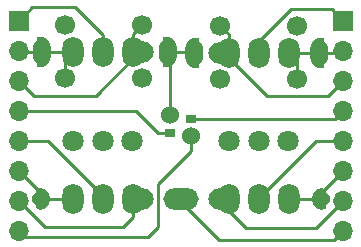
<source format=gbr>
%TF.GenerationSoftware,KiCad,Pcbnew,(6.0.2)*%
%TF.CreationDate,2022-07-09T21:30:07+01:00*%
%TF.ProjectId,universal pcb,756e6976-6572-4736-916c-207063622e6b,rev?*%
%TF.SameCoordinates,Original*%
%TF.FileFunction,Copper,L1,Top*%
%TF.FilePolarity,Positive*%
%FSLAX46Y46*%
G04 Gerber Fmt 4.6, Leading zero omitted, Abs format (unit mm)*
G04 Created by KiCad (PCBNEW (6.0.2)) date 2022-07-09 21:30:07*
%MOMM*%
%LPD*%
G01*
G04 APERTURE LIST*
G04 Aperture macros list*
%AMFreePoly0*
4,1,33,0.278115,1.275951,0.450000,1.199423,0.602218,1.088830,0.728115,0.949007,0.822191,0.786063,0.880333,0.607121,0.900000,0.420000,0.900000,-0.420000,0.880333,-0.607121,0.822191,-0.786063,0.728115,-0.949007,0.602218,-1.088830,0.450000,-1.199423,0.278115,-1.275951,0.094076,-1.315070,-0.094076,-1.315070,-0.278115,-1.275951,-0.450000,-1.199423,-0.602218,-1.088830,-0.728115,-0.949007,
-0.822191,-0.786063,-0.880333,-0.607121,-0.900000,-0.420000,-0.900000,0.420000,-0.880333,0.607121,-0.822191,0.786063,-0.728115,0.949007,-0.602218,1.088830,-0.450000,1.199423,-0.278115,1.275951,-0.094076,1.315070,0.094076,1.315070,0.278115,1.275951,0.278115,1.275951,$1*%
%AMFreePoly1*
4,1,33,0.278115,1.240951,0.450000,1.164423,0.602218,1.053830,0.728115,0.914007,0.822191,0.751063,0.880333,0.572121,0.900000,0.385000,0.900000,-0.385000,0.880333,-0.572121,0.822191,-0.751063,0.728115,-0.914007,0.602218,-1.053830,0.450000,-1.164423,0.278115,-1.240951,0.094076,-1.280070,-0.094076,-1.280070,-0.285000,-1.240000,-0.285000,-0.910828,-0.300000,-0.904615,-0.424264,-0.809264,
-0.519615,-0.685000,-0.579555,-0.540291,-0.600000,-0.385000,-0.600000,0.385000,-0.579555,0.540291,-0.519615,0.685000,-0.424264,0.809264,-0.300000,0.904615,-0.285000,0.910828,-0.285000,1.240000,-0.094076,1.280070,0.094076,1.280070,0.278115,1.240951,0.278115,1.240951,$1*%
%AMFreePoly2*
4,1,33,0.285000,1.240000,0.285000,0.910828,0.300000,0.904615,0.424264,0.809264,0.519615,0.685000,0.579555,0.540291,0.600000,0.385000,0.600000,-0.385000,0.579555,-0.540291,0.519615,-0.685000,0.424264,-0.809264,0.300000,-0.904615,0.285000,-0.910828,0.285000,-1.240000,0.094076,-1.280070,-0.094076,-1.280070,-0.278115,-1.240951,-0.450000,-1.164423,-0.602218,-1.053830,-0.728115,-0.914007,
-0.822191,-0.751063,-0.880333,-0.572121,-0.900000,-0.385000,-0.900000,0.385000,-0.880333,0.572121,-0.822191,0.751063,-0.728115,0.914007,-0.602218,1.053830,-0.450000,1.164423,-0.278115,1.240951,-0.094076,1.280070,0.094076,1.280070,0.285000,1.240000,0.285000,1.240000,$1*%
%AMFreePoly3*
4,1,33,-0.002237,0.887946,0.166826,0.836742,0.280000,0.750000,0.280000,0.527899,0.300000,0.519615,0.424264,0.424264,0.519615,0.300000,0.579555,0.155291,0.600000,0.000000,0.579555,-0.155291,0.519615,-0.300000,0.424264,-0.424264,0.300000,-0.519615,0.280000,-0.527899,0.280000,-0.780000,0.078042,-0.868969,-0.096054,-0.898884,-0.272363,-0.887946,-0.441426,-0.836742,-0.594175,-0.748018,
-0.722417,-0.626534,-0.819271,-0.478806,-0.879544,-0.312759,-0.900000,-0.137300,-0.900000,0.137300,-0.894152,0.231571,-0.852165,0.403156,-0.771831,0.560480,-0.657460,0.695103,-0.515186,0.799805,-0.352642,0.868969,-0.178546,0.898884,-0.002237,0.887946,-0.002237,0.887946,$1*%
G04 Aperture macros list end*
%TA.AperFunction,ComponentPad*%
%ADD10C,1.800000*%
%TD*%
%TA.AperFunction,ComponentPad*%
%ADD11O,1.800000X2.570000*%
%TD*%
%TA.AperFunction,ComponentPad*%
%ADD12FreePoly0,270.000000*%
%TD*%
%TA.AperFunction,ComponentPad*%
%ADD13FreePoly1,0.000000*%
%TD*%
%TA.AperFunction,ComponentPad*%
%ADD14C,1.700000*%
%TD*%
%TA.AperFunction,ComponentPad*%
%ADD15FreePoly0,90.000000*%
%TD*%
%TA.AperFunction,ComponentPad*%
%ADD16FreePoly2,0.000000*%
%TD*%
%TA.AperFunction,ComponentPad*%
%ADD17O,3.000000X1.800000*%
%TD*%
%TA.AperFunction,ComponentPad*%
%ADD18FreePoly3,0.000000*%
%TD*%
%TA.AperFunction,ComponentPad*%
%ADD19FreePoly3,180.000000*%
%TD*%
%TA.AperFunction,ComponentPad*%
%ADD20C,1.524000*%
%TD*%
%TA.AperFunction,SMDPad,CuDef*%
%ADD21R,0.900000X0.800000*%
%TD*%
%TA.AperFunction,ComponentPad*%
%ADD22R,1.700000X1.700000*%
%TD*%
%TA.AperFunction,ComponentPad*%
%ADD23O,1.700000X1.700000*%
%TD*%
%TA.AperFunction,Conductor*%
%ADD24C,0.250000*%
%TD*%
G04 APERTURE END LIST*
D10*
%TO.P,THONKISWITCHPOT\u002A\u002A,1*%
%TO.N,N/C*%
X5900000Y-12555000D03*
%TO.P,THONKISWITCHPOT\u002A\u002A,2*%
X8400000Y-12555000D03*
%TO.P,THONKISWITCHPOT\u002A\u002A,3*%
X10900000Y-12555000D03*
D11*
%TO.P,THONKISWITCHPOT\u002A\u002A,4*%
X5860000Y-5055000D03*
%TO.P,THONKISWITCHPOT\u002A\u002A,5*%
X8400000Y-5055000D03*
%TO.P,THONKISWITCHPOT\u002A\u002A,6*%
X10950000Y-5055000D03*
D12*
X11360000Y-5055000D03*
D13*
%TO.P,THONKISWITCHPOT\u002A\u002A,7*%
X13705000Y-5055000D03*
%TO.P,THONKISWITCHPOT\u002A\u002A,8*%
X3095000Y-5055000D03*
D14*
%TO.P,THONKISWITCHPOT\u002A\u002A,9*%
X11700000Y-2755000D03*
%TO.P,THONKISWITCHPOT\u002A\u002A,10*%
X5200000Y-2755000D03*
%TO.P,THONKISWITCHPOT\u002A\u002A,11*%
X11700000Y-7255000D03*
%TO.P,THONKISWITCHPOT\u002A\u002A,12*%
X5200000Y-7255000D03*
%TD*%
D10*
%TO.P,THONKISWITCHPOT\u002A\u002A,1*%
%TO.N,N/C*%
X24105000Y-12560000D03*
%TO.P,THONKISWITCHPOT\u002A\u002A,2*%
X21605000Y-12560000D03*
%TO.P,THONKISWITCHPOT\u002A\u002A,3*%
X19105000Y-12560000D03*
D11*
%TO.P,THONKISWITCHPOT\u002A\u002A,4*%
X24145000Y-5060000D03*
%TO.P,THONKISWITCHPOT\u002A\u002A,5*%
X21605000Y-5060000D03*
%TO.P,THONKISWITCHPOT\u002A\u002A,6*%
X19055000Y-5060000D03*
D15*
X18645000Y-5060000D03*
D16*
%TO.P,THONKISWITCHPOT\u002A\u002A,7*%
X16300000Y-5060000D03*
%TO.P,THONKISWITCHPOT\u002A\u002A,8*%
X26910000Y-5060000D03*
D14*
%TO.P,THONKISWITCHPOT\u002A\u002A,9*%
X18355000Y-2810000D03*
%TO.P,THONKISWITCHPOT\u002A\u002A,10*%
X24855000Y-2810000D03*
%TO.P,THONKISWITCHPOT\u002A\u002A,11*%
X18355000Y-7310000D03*
%TO.P,THONKISWITCHPOT\u002A\u002A,12*%
X24855000Y-7310000D03*
%TD*%
D17*
%TO.P,THONK,1*%
%TO.N,N/C*%
X15000000Y-17445000D03*
D18*
%TO.P,THONK,3*%
X27000000Y-17445000D03*
D19*
X3000000Y-17445000D03*
D11*
%TO.P,THONK,4*%
X5860000Y-17445000D03*
X24140000Y-17485000D03*
%TO.P,THONK,5*%
X21600000Y-17485000D03*
X8400000Y-17445000D03*
%TO.P,THONK,6*%
X19050000Y-17485000D03*
D12*
X11360000Y-17445000D03*
D11*
X10950000Y-17445000D03*
D15*
X18640000Y-17485000D03*
%TD*%
D20*
%TO.P,REF\u002A\u002A,1*%
%TO.N,N/C*%
X14100000Y-10350000D03*
D21*
%TO.P,REF\u002A\u002A,2*%
X14100000Y-11850000D03*
D20*
%TO.P,REF\u002A\u002A,3*%
X15900000Y-12150000D03*
D21*
%TO.P,REF\u002A\u002A,4*%
X15900000Y-10650000D03*
%TD*%
D22*
%TO.P,REF\u002A\u002A,1*%
%TO.N,N/C*%
X1270000Y-2360000D03*
D23*
%TO.P,REF\u002A\u002A,2*%
X1270000Y-4900000D03*
%TO.P,REF\u002A\u002A,3*%
X1270000Y-7440000D03*
%TO.P,REF\u002A\u002A,4*%
X1270000Y-9980000D03*
%TO.P,REF\u002A\u002A,5*%
X1270000Y-12520000D03*
%TO.P,REF\u002A\u002A,6*%
X1270000Y-15060000D03*
%TO.P,REF\u002A\u002A,7*%
X1270000Y-17600000D03*
%TO.P,REF\u002A\u002A,8*%
X1270000Y-20140000D03*
%TD*%
%TO.P,REF\u002A\u002A,8*%
%TO.N,N/C*%
X28730000Y-20140000D03*
%TO.P,REF\u002A\u002A,7*%
X28730000Y-17600000D03*
%TO.P,REF\u002A\u002A,6*%
X28730000Y-15060000D03*
%TO.P,REF\u002A\u002A,5*%
X28730000Y-12520000D03*
%TO.P,REF\u002A\u002A,4*%
X28730000Y-9980000D03*
%TO.P,REF\u002A\u002A,3*%
X28730000Y-7440000D03*
%TO.P,REF\u002A\u002A,2*%
X28730000Y-4900000D03*
D22*
%TO.P,REF\u002A\u002A,1*%
X28730000Y-2360000D03*
%TD*%
D24*
%TO.N,*%
X3095000Y-5055000D02*
X1425000Y-5055000D01*
X27970000Y-20900000D02*
X18200000Y-20900000D01*
X3000000Y-17445000D02*
X3000000Y-16790000D01*
X12200000Y-20700000D02*
X1830000Y-20700000D01*
X15900000Y-12150000D02*
X15900000Y-13400000D01*
X1425000Y-5055000D02*
X1270000Y-4900000D01*
X28730000Y-20140000D02*
X27970000Y-20900000D01*
X20500000Y-19900000D02*
X26430000Y-19900000D01*
X14100000Y-5450000D02*
X13705000Y-5055000D01*
X24300000Y-1400000D02*
X21605000Y-4095000D01*
X19055000Y-3510000D02*
X18355000Y-2810000D01*
X24855000Y-5770000D02*
X24145000Y-5060000D01*
X28060000Y-10650000D02*
X28730000Y-9980000D01*
X28570000Y-5060000D02*
X28730000Y-4900000D01*
X27000000Y-16790000D02*
X28730000Y-15060000D01*
X2430000Y-1200000D02*
X6022500Y-1200000D01*
X10950000Y-5550000D02*
X7800000Y-8700000D01*
X26910000Y-5060000D02*
X28570000Y-5060000D01*
X13050000Y-11850000D02*
X11180000Y-9980000D01*
X14100000Y-11850000D02*
X13050000Y-11850000D01*
X13705000Y-5055000D02*
X16295000Y-5055000D01*
X13100000Y-19800000D02*
X12200000Y-20700000D01*
X1830000Y-20700000D02*
X1270000Y-20140000D01*
X26960000Y-17485000D02*
X27000000Y-17445000D01*
X18645000Y-5060000D02*
X22315000Y-8730000D01*
X3000000Y-16790000D02*
X1270000Y-15060000D01*
X3720000Y-12520000D02*
X1270000Y-12520000D01*
X3470000Y-19800000D02*
X10100000Y-19800000D01*
X10950000Y-5055000D02*
X10950000Y-3505000D01*
X21600000Y-17400000D02*
X26480000Y-12520000D01*
X15000000Y-17700000D02*
X15000000Y-17445000D01*
X6022500Y-1200000D02*
X8400000Y-3577500D01*
X24145000Y-5060000D02*
X26910000Y-5060000D01*
X10950000Y-5055000D02*
X10950000Y-5550000D01*
X11180000Y-9980000D02*
X1270000Y-9980000D01*
X10950000Y-5055000D02*
X11360000Y-5055000D01*
X8400000Y-17445000D02*
X8400000Y-17200000D01*
X26430000Y-19900000D02*
X28730000Y-17600000D01*
X24855000Y-7310000D02*
X24855000Y-5770000D01*
X22315000Y-8730000D02*
X27440000Y-8730000D01*
X10950000Y-3505000D02*
X11700000Y-2755000D01*
X21605000Y-4095000D02*
X21605000Y-5060000D01*
X27770000Y-1400000D02*
X24300000Y-1400000D01*
X3095000Y-5055000D02*
X5860000Y-5055000D01*
X19050000Y-18450000D02*
X20500000Y-19900000D01*
X27000000Y-17445000D02*
X27000000Y-16790000D01*
X5860000Y-17445000D02*
X3000000Y-17445000D01*
X10100000Y-19800000D02*
X10950000Y-18950000D01*
X8400000Y-17200000D02*
X3720000Y-12520000D01*
X21600000Y-17485000D02*
X21600000Y-17400000D01*
X19055000Y-5060000D02*
X19055000Y-3510000D01*
X15900000Y-13400000D02*
X13100000Y-16200000D01*
X14100000Y-10350000D02*
X14100000Y-5450000D01*
X5200000Y-7255000D02*
X5200000Y-5715000D01*
X18200000Y-20900000D02*
X15000000Y-17700000D01*
X13100000Y-16200000D02*
X13100000Y-19800000D01*
X26480000Y-12520000D02*
X28730000Y-12520000D01*
X16295000Y-5055000D02*
X16300000Y-5060000D01*
X2530000Y-8700000D02*
X1270000Y-7440000D01*
X18645000Y-5060000D02*
X19055000Y-5060000D01*
X19050000Y-17485000D02*
X18640000Y-17485000D01*
X8400000Y-3577500D02*
X8400000Y-5055000D01*
X15900000Y-10650000D02*
X28060000Y-10650000D01*
X1270000Y-2360000D02*
X2430000Y-1200000D01*
X5200000Y-5715000D02*
X5860000Y-5055000D01*
X27440000Y-8730000D02*
X28730000Y-7440000D01*
X1270000Y-17600000D02*
X3470000Y-19800000D01*
X28730000Y-2360000D02*
X27770000Y-1400000D01*
X10950000Y-17445000D02*
X11360000Y-17445000D01*
X7800000Y-8700000D02*
X2530000Y-8700000D01*
X10950000Y-18950000D02*
X10950000Y-17445000D01*
X24140000Y-17485000D02*
X26960000Y-17485000D01*
X19050000Y-17485000D02*
X19050000Y-18450000D01*
%TD*%
M02*

</source>
